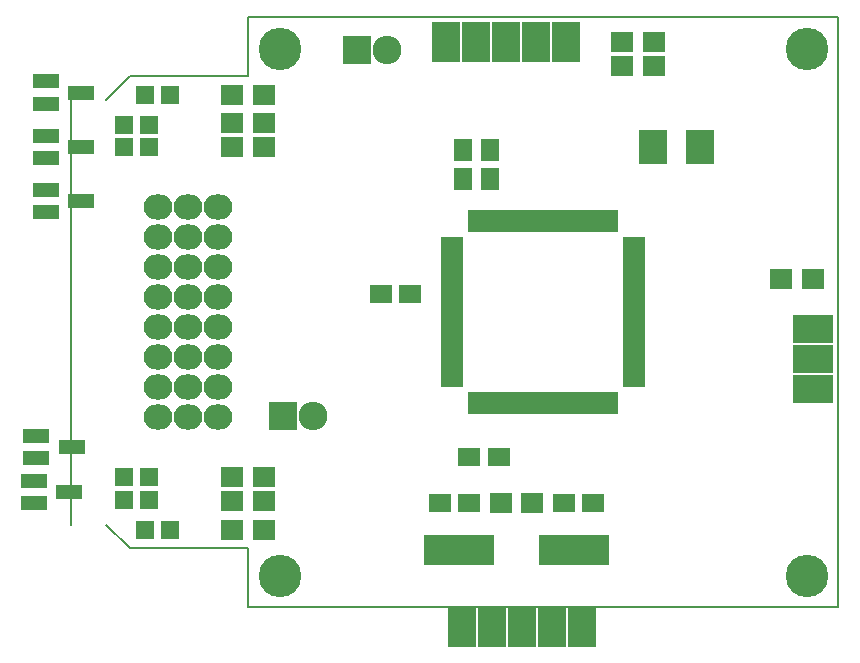
<source format=gbr>
G04 #@! TF.FileFunction,Soldermask,Top*
%FSLAX46Y46*%
G04 Gerber Fmt 4.6, Leading zero omitted, Abs format (unit mm)*
G04 Created by KiCad (PCBNEW 4.0.4+e1-6308~48~ubuntu16.04.1-stable) date Sat Dec 17 16:05:02 2016*
%MOMM*%
%LPD*%
G01*
G04 APERTURE LIST*
%ADD10C,0.100000*%
%ADD11C,0.150000*%
%ADD12C,3.600000*%
%ADD13R,1.900000X0.700000*%
%ADD14R,0.700000X1.900000*%
%ADD15O,2.432000X2.127200*%
%ADD16R,6.000700X2.500580*%
%ADD17R,1.900000X1.650000*%
%ADD18R,1.650000X1.900000*%
%ADD19R,1.598880X1.598880*%
%ADD20R,1.900000X1.700000*%
%ADD21R,2.400000X2.900000*%
%ADD22R,2.400000X3.400000*%
%ADD23R,3.400000X2.400000*%
%ADD24R,2.432000X2.432000*%
%ADD25O,2.432000X2.432000*%
%ADD26R,2.300000X1.200000*%
G04 APERTURE END LIST*
D10*
D11*
X25000000Y-25000000D02*
X25000000Y25000000D01*
X-25000000Y-25000000D02*
X25000000Y-25000000D01*
X-25000000Y-20000000D02*
X-25000000Y-25000000D01*
X-35000000Y-20000000D02*
X-25000000Y-20000000D01*
X-37000000Y-18000000D02*
X-35000000Y-20000000D01*
X-40000000Y18000000D02*
X-40000000Y-18000000D01*
X-35000000Y20000000D02*
X-37000000Y18000000D01*
X-25000000Y20000000D02*
X-35000000Y20000000D01*
X-25000000Y25000000D02*
X-25000000Y20000000D01*
X25000000Y25000000D02*
X-25000000Y25000000D01*
D12*
X-22300000Y-22300000D03*
X22300000Y-22300000D03*
X22300000Y22300000D03*
D13*
X-7700000Y6000000D03*
X-7700000Y5500000D03*
X-7700000Y5000000D03*
X-7700000Y4500000D03*
X-7700000Y4000000D03*
X-7700000Y3500000D03*
X-7700000Y3000000D03*
X-7700000Y2500000D03*
X-7700000Y2000000D03*
X-7700000Y1500000D03*
X-7700000Y1000000D03*
X-7700000Y500000D03*
X-7700000Y0D03*
X-7700000Y-500000D03*
X-7700000Y-1000000D03*
X-7700000Y-1500000D03*
X-7700000Y-2000000D03*
X-7700000Y-2500000D03*
X-7700000Y-3000000D03*
X-7700000Y-3500000D03*
X-7700000Y-4000000D03*
X-7700000Y-4500000D03*
X-7700000Y-5000000D03*
X-7700000Y-5500000D03*
X-7700000Y-6000000D03*
D14*
X-6000000Y-7700000D03*
X-5500000Y-7700000D03*
X-5000000Y-7700000D03*
X-4500000Y-7700000D03*
X-4000000Y-7700000D03*
X-3500000Y-7700000D03*
X-3000000Y-7700000D03*
X-2500000Y-7700000D03*
X-2000000Y-7700000D03*
X-1500000Y-7700000D03*
X-1000000Y-7700000D03*
X-500000Y-7700000D03*
X0Y-7700000D03*
X500000Y-7700000D03*
X1000000Y-7700000D03*
X1500000Y-7700000D03*
X2000000Y-7700000D03*
X2500000Y-7700000D03*
X3000000Y-7700000D03*
X3500000Y-7700000D03*
X4000000Y-7700000D03*
X4500000Y-7700000D03*
X5000000Y-7700000D03*
X5500000Y-7700000D03*
X6000000Y-7700000D03*
D13*
X7700000Y-6000000D03*
X7700000Y-5500000D03*
X7700000Y-5000000D03*
X7700000Y-4500000D03*
X7700000Y-4000000D03*
X7700000Y-3500000D03*
X7700000Y-3000000D03*
X7700000Y-2500000D03*
X7700000Y-2000000D03*
X7700000Y-1500000D03*
X7700000Y-1000000D03*
X7700000Y-500000D03*
X7700000Y0D03*
X7700000Y500000D03*
X7700000Y1000000D03*
X7700000Y1500000D03*
X7700000Y2000000D03*
X7700000Y2500000D03*
X7700000Y3000000D03*
X7700000Y3500000D03*
X7700000Y4000000D03*
X7700000Y4500000D03*
X7700000Y5000000D03*
X7700000Y5500000D03*
X7700000Y6000000D03*
D14*
X6000000Y7700000D03*
X5500000Y7700000D03*
X5000000Y7700000D03*
X4500000Y7700000D03*
X4000000Y7700000D03*
X3500000Y7700000D03*
X3000000Y7700000D03*
X2500000Y7700000D03*
X2000000Y7700000D03*
X1500000Y7700000D03*
X1000000Y7700000D03*
X500000Y7700000D03*
X0Y7700000D03*
X-500000Y7700000D03*
X-1000000Y7700000D03*
X-1500000Y7700000D03*
X-2000000Y7700000D03*
X-2500000Y7700000D03*
X-3000000Y7700000D03*
X-3500000Y7700000D03*
X-4000000Y7700000D03*
X-4500000Y7700000D03*
X-5000000Y7700000D03*
X-5500000Y7700000D03*
X-6000000Y7700000D03*
D15*
X-32620000Y8890000D03*
X-32620000Y6350000D03*
X-32620000Y3810000D03*
X-32620000Y1270000D03*
X-32620000Y-1270000D03*
X-32620000Y-3810000D03*
X-32620000Y-6350000D03*
X-32620000Y-8890000D03*
X-30080000Y8890000D03*
X-30080000Y6350000D03*
X-30080000Y3810000D03*
X-30080000Y1270000D03*
X-30080000Y-1270000D03*
X-30080000Y-3810000D03*
X-30080000Y-6350000D03*
X-30080000Y-8890000D03*
X-27540000Y8890000D03*
X-27540000Y6350000D03*
X-27540000Y3810000D03*
X-27540000Y1270000D03*
X-27540000Y-1270000D03*
X-27540000Y-3810000D03*
X-27540000Y-6350000D03*
X-27540000Y-8890000D03*
D16*
X-7098860Y-20130000D03*
X2598860Y-20130000D03*
D17*
X-6250000Y-16130000D03*
X-8750000Y-16130000D03*
X1750000Y-16130000D03*
X4250000Y-16130000D03*
D18*
X-4500000Y11250000D03*
X-4500000Y13750000D03*
X-6750000Y11250000D03*
X-6750000Y13750000D03*
D17*
X-3750000Y-12250000D03*
X-6250000Y-12250000D03*
X-11250000Y1500000D03*
X-13750000Y1500000D03*
D19*
X-33348980Y15875000D03*
X-35447020Y15875000D03*
X-33348980Y-13970000D03*
X-35447020Y-13970000D03*
X-31570980Y-18415000D03*
X-33669020Y-18415000D03*
X-31570980Y18415000D03*
X-33669020Y18415000D03*
X-33348980Y13970000D03*
X-35447020Y13970000D03*
X-33348980Y-15875000D03*
X-35447020Y-15875000D03*
D20*
X22832000Y2813000D03*
X20132000Y2813000D03*
X-23650000Y16002000D03*
X-26350000Y16002000D03*
X-23650000Y-13970000D03*
X-26350000Y-13970000D03*
X-23650000Y18415000D03*
X-26350000Y18415000D03*
X-23650000Y13970000D03*
X-26350000Y13970000D03*
X-23650000Y-16002000D03*
X-26350000Y-16002000D03*
X-26350000Y-18415000D03*
X-23650000Y-18415000D03*
X-900000Y-16130000D03*
X-3600000Y-16130000D03*
X6670000Y20847000D03*
X9370000Y20847000D03*
X6670000Y22879000D03*
X9370000Y22879000D03*
D21*
X9322000Y13970000D03*
X13322000Y13970000D03*
D22*
X-8236000Y22865000D03*
X-5696000Y22865000D03*
X-3156000Y22865000D03*
X-616000Y22865000D03*
X1924000Y22865000D03*
D23*
X22865000Y-1397000D03*
X22865000Y-3937000D03*
X22865000Y-6477000D03*
D24*
X-15800000Y22200000D03*
D25*
X-13260000Y22200000D03*
D24*
X-22000000Y-8800000D03*
D25*
X-19460000Y-8800000D03*
D26*
X-42100000Y19550000D03*
X-42100000Y17650000D03*
X-39100000Y18600000D03*
X-42100000Y14950000D03*
X-42100000Y13050000D03*
X-39100000Y14000000D03*
X-42100000Y10350000D03*
X-42100000Y8450000D03*
X-39100000Y9400000D03*
X-42900000Y-10450000D03*
X-42900000Y-12350000D03*
X-39900000Y-11400000D03*
X-43100000Y-14250000D03*
X-43100000Y-16150000D03*
X-40100000Y-15200000D03*
D22*
X3280000Y-26665000D03*
X740000Y-26665000D03*
X-1800000Y-26665000D03*
X-4340000Y-26665000D03*
X-6880000Y-26665000D03*
D12*
X-22300000Y22300000D03*
M02*

</source>
